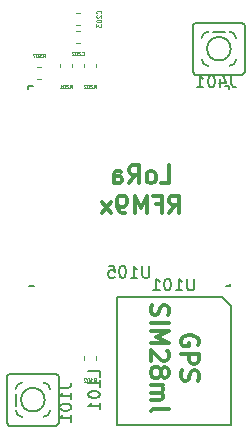
<source format=gbo>
G04 #@! TF.GenerationSoftware,KiCad,Pcbnew,(5.0.2)-1*
G04 #@! TF.CreationDate,2019-05-04T17:06:02+02:00*
G04 #@! TF.ProjectId,Cowbell_mini,436f7762-656c-46c5-9f6d-696e692e6b69,v0.4*
G04 #@! TF.SameCoordinates,Original*
G04 #@! TF.FileFunction,Legend,Bot*
G04 #@! TF.FilePolarity,Positive*
%FSLAX46Y46*%
G04 Gerber Fmt 4.6, Leading zero omitted, Abs format (unit mm)*
G04 Created by KiCad (PCBNEW (5.0.2)-1) date 5/4/2019 5:06:02 PM*
%MOMM*%
%LPD*%
G01*
G04 APERTURE LIST*
%ADD10C,0.300000*%
%ADD11C,0.120000*%
%ADD12C,0.150000*%
%ADD13C,0.050000*%
G04 APERTURE END LIST*
D10*
X132465000Y-56408571D02*
X132536428Y-56265714D01*
X132536428Y-56051428D01*
X132465000Y-55837142D01*
X132322142Y-55694285D01*
X132179285Y-55622857D01*
X131893571Y-55551428D01*
X131679285Y-55551428D01*
X131393571Y-55622857D01*
X131250714Y-55694285D01*
X131107857Y-55837142D01*
X131036428Y-56051428D01*
X131036428Y-56194285D01*
X131107857Y-56408571D01*
X131179285Y-56480000D01*
X131679285Y-56480000D01*
X131679285Y-56194285D01*
X131036428Y-57122857D02*
X132536428Y-57122857D01*
X132536428Y-57694285D01*
X132465000Y-57837142D01*
X132393571Y-57908571D01*
X132250714Y-57980000D01*
X132036428Y-57980000D01*
X131893571Y-57908571D01*
X131822142Y-57837142D01*
X131750714Y-57694285D01*
X131750714Y-57122857D01*
X131107857Y-58551428D02*
X131036428Y-58765714D01*
X131036428Y-59122857D01*
X131107857Y-59265714D01*
X131179285Y-59337142D01*
X131322142Y-59408571D01*
X131465000Y-59408571D01*
X131607857Y-59337142D01*
X131679285Y-59265714D01*
X131750714Y-59122857D01*
X131822142Y-58837142D01*
X131893571Y-58694285D01*
X131965000Y-58622857D01*
X132107857Y-58551428D01*
X132250714Y-58551428D01*
X132393571Y-58622857D01*
X132465000Y-58694285D01*
X132536428Y-58837142D01*
X132536428Y-59194285D01*
X132465000Y-59408571D01*
X128557857Y-53015714D02*
X128486428Y-53230000D01*
X128486428Y-53587142D01*
X128557857Y-53730000D01*
X128629285Y-53801428D01*
X128772142Y-53872857D01*
X128915000Y-53872857D01*
X129057857Y-53801428D01*
X129129285Y-53730000D01*
X129200714Y-53587142D01*
X129272142Y-53301428D01*
X129343571Y-53158571D01*
X129415000Y-53087142D01*
X129557857Y-53015714D01*
X129700714Y-53015714D01*
X129843571Y-53087142D01*
X129915000Y-53158571D01*
X129986428Y-53301428D01*
X129986428Y-53658571D01*
X129915000Y-53872857D01*
X128486428Y-54515714D02*
X129986428Y-54515714D01*
X128486428Y-55230000D02*
X129986428Y-55230000D01*
X128915000Y-55730000D01*
X129986428Y-56230000D01*
X128486428Y-56230000D01*
X129843571Y-56872857D02*
X129915000Y-56944285D01*
X129986428Y-57087142D01*
X129986428Y-57444285D01*
X129915000Y-57587142D01*
X129843571Y-57658571D01*
X129700714Y-57730000D01*
X129557857Y-57730000D01*
X129343571Y-57658571D01*
X128486428Y-56801428D01*
X128486428Y-57730000D01*
X129343571Y-58587142D02*
X129415000Y-58444285D01*
X129486428Y-58372857D01*
X129629285Y-58301428D01*
X129700714Y-58301428D01*
X129843571Y-58372857D01*
X129915000Y-58444285D01*
X129986428Y-58587142D01*
X129986428Y-58872857D01*
X129915000Y-59015714D01*
X129843571Y-59087142D01*
X129700714Y-59158571D01*
X129629285Y-59158571D01*
X129486428Y-59087142D01*
X129415000Y-59015714D01*
X129343571Y-58872857D01*
X129343571Y-58587142D01*
X129272142Y-58444285D01*
X129200714Y-58372857D01*
X129057857Y-58301428D01*
X128772142Y-58301428D01*
X128629285Y-58372857D01*
X128557857Y-58444285D01*
X128486428Y-58587142D01*
X128486428Y-58872857D01*
X128557857Y-59015714D01*
X128629285Y-59087142D01*
X128772142Y-59158571D01*
X129057857Y-59158571D01*
X129200714Y-59087142D01*
X129272142Y-59015714D01*
X129343571Y-58872857D01*
X128486428Y-59801428D02*
X129486428Y-59801428D01*
X129343571Y-59801428D02*
X129415000Y-59872857D01*
X129486428Y-60015714D01*
X129486428Y-60230000D01*
X129415000Y-60372857D01*
X129272142Y-60444285D01*
X128486428Y-60444285D01*
X129272142Y-60444285D02*
X129415000Y-60515714D01*
X129486428Y-60658571D01*
X129486428Y-60872857D01*
X129415000Y-61015714D01*
X129272142Y-61087142D01*
X128486428Y-61087142D01*
X128486428Y-62015714D02*
X128557857Y-61872857D01*
X128700714Y-61801428D01*
X129986428Y-61801428D01*
X129342857Y-42703571D02*
X130057142Y-42703571D01*
X130057142Y-41203571D01*
X128628571Y-42703571D02*
X128771428Y-42632142D01*
X128842857Y-42560714D01*
X128914285Y-42417857D01*
X128914285Y-41989285D01*
X128842857Y-41846428D01*
X128771428Y-41775000D01*
X128628571Y-41703571D01*
X128414285Y-41703571D01*
X128271428Y-41775000D01*
X128200000Y-41846428D01*
X128128571Y-41989285D01*
X128128571Y-42417857D01*
X128200000Y-42560714D01*
X128271428Y-42632142D01*
X128414285Y-42703571D01*
X128628571Y-42703571D01*
X126628571Y-42703571D02*
X127128571Y-41989285D01*
X127485714Y-42703571D02*
X127485714Y-41203571D01*
X126914285Y-41203571D01*
X126771428Y-41275000D01*
X126700000Y-41346428D01*
X126628571Y-41489285D01*
X126628571Y-41703571D01*
X126700000Y-41846428D01*
X126771428Y-41917857D01*
X126914285Y-41989285D01*
X127485714Y-41989285D01*
X125342857Y-42703571D02*
X125342857Y-41917857D01*
X125414285Y-41775000D01*
X125557142Y-41703571D01*
X125842857Y-41703571D01*
X125985714Y-41775000D01*
X125342857Y-42632142D02*
X125485714Y-42703571D01*
X125842857Y-42703571D01*
X125985714Y-42632142D01*
X126057142Y-42489285D01*
X126057142Y-42346428D01*
X125985714Y-42203571D01*
X125842857Y-42132142D01*
X125485714Y-42132142D01*
X125342857Y-42060714D01*
X130057142Y-45253571D02*
X130557142Y-44539285D01*
X130914285Y-45253571D02*
X130914285Y-43753571D01*
X130342857Y-43753571D01*
X130200000Y-43825000D01*
X130128571Y-43896428D01*
X130057142Y-44039285D01*
X130057142Y-44253571D01*
X130128571Y-44396428D01*
X130200000Y-44467857D01*
X130342857Y-44539285D01*
X130914285Y-44539285D01*
X128914285Y-44467857D02*
X129414285Y-44467857D01*
X129414285Y-45253571D02*
X129414285Y-43753571D01*
X128700000Y-43753571D01*
X128128571Y-45253571D02*
X128128571Y-43753571D01*
X127628571Y-44825000D01*
X127128571Y-43753571D01*
X127128571Y-45253571D01*
X126342857Y-45253571D02*
X126057142Y-45253571D01*
X125914285Y-45182142D01*
X125842857Y-45110714D01*
X125700000Y-44896428D01*
X125628571Y-44610714D01*
X125628571Y-44039285D01*
X125700000Y-43896428D01*
X125771428Y-43825000D01*
X125914285Y-43753571D01*
X126200000Y-43753571D01*
X126342857Y-43825000D01*
X126414285Y-43896428D01*
X126485714Y-44039285D01*
X126485714Y-44396428D01*
X126414285Y-44539285D01*
X126342857Y-44610714D01*
X126200000Y-44682142D01*
X125914285Y-44682142D01*
X125771428Y-44610714D01*
X125700000Y-44539285D01*
X125628571Y-44396428D01*
X125128571Y-45253571D02*
X124342857Y-44253571D01*
X125128571Y-44253571D02*
X124342857Y-45253571D01*
D11*
G04 #@! TO.C,C203*
X122149221Y-28268000D02*
X122474779Y-28268000D01*
X122149221Y-29288000D02*
X122474779Y-29288000D01*
G04 #@! TO.C,C202*
X122149221Y-29792000D02*
X122474779Y-29792000D01*
X122149221Y-30812000D02*
X122474779Y-30812000D01*
D12*
G04 #@! TO.C,J401*
X133750000Y-29868000D02*
X134750000Y-29868000D01*
X135150000Y-29868000D02*
G75*
G02X135700000Y-30418000I0J-550000D01*
G01*
X132800000Y-30418000D02*
G75*
G02X133350000Y-29868000I550000J0D01*
G01*
X133350000Y-32768000D02*
G75*
G02X132800000Y-32218000I0J550000D01*
G01*
X135700000Y-32218000D02*
G75*
G02X135150000Y-32768000I-550000J0D01*
G01*
X135250000Y-31318000D02*
G75*
G03X135250000Y-31318000I-1000000J0D01*
G01*
X132250000Y-33518000D02*
X136250000Y-33518000D01*
X136250000Y-29118000D02*
X132250000Y-29118000D01*
X132050000Y-29318000D02*
X132250000Y-29118000D01*
X132050000Y-29318000D02*
X132050000Y-33318000D01*
X136450000Y-29318000D02*
X136450000Y-33318000D01*
X136450000Y-29318000D02*
X136250000Y-29118000D01*
X132050000Y-33318000D02*
X132250000Y-33518000D01*
X136250000Y-33518000D02*
X136450000Y-33318000D01*
G04 #@! TO.C,U101*
X135290000Y-63134000D02*
X135290000Y-53134000D01*
X125590000Y-63134000D02*
X135290000Y-63134000D01*
X125590000Y-52334000D02*
X125590000Y-63134000D01*
X134490000Y-52334000D02*
X125590000Y-52334000D01*
X135290000Y-53134000D02*
X134490000Y-52334000D01*
G04 #@! TO.C,U105*
X134855000Y-51402000D02*
X135230000Y-51402000D01*
X135230000Y-51427000D02*
X135230000Y-51202000D01*
X135130000Y-34502000D02*
X134755000Y-34502000D01*
X135130000Y-34502000D02*
X135130000Y-34727000D01*
X118505000Y-34502000D02*
X118130000Y-34502000D01*
X118130000Y-34527000D02*
X118130000Y-34752000D01*
X118630000Y-51402000D02*
X118155000Y-51402000D01*
G04 #@! TO.C,J101*
X117052000Y-61534000D02*
X117052000Y-60534000D01*
X117052000Y-60134000D02*
G75*
G02X117602000Y-59584000I550000J0D01*
G01*
X117602000Y-62484000D02*
G75*
G02X117052000Y-61934000I0J550000D01*
G01*
X119952000Y-61934000D02*
G75*
G02X119402000Y-62484000I-550000J0D01*
G01*
X119402000Y-59584000D02*
G75*
G02X119952000Y-60134000I0J-550000D01*
G01*
X119502000Y-61034000D02*
G75*
G03X119502000Y-61034000I-1000000J0D01*
G01*
X120702000Y-63034000D02*
X120702000Y-59034000D01*
X116302000Y-59034000D02*
X116302000Y-63034000D01*
X116502000Y-63234000D02*
X116302000Y-63034000D01*
X116502000Y-63234000D02*
X120502000Y-63234000D01*
X116502000Y-58834000D02*
X120502000Y-58834000D01*
X116502000Y-58834000D02*
X116302000Y-59034000D01*
X120502000Y-63234000D02*
X120702000Y-63034000D01*
X120702000Y-59034000D02*
X120502000Y-58834000D01*
D11*
G04 #@! TO.C,R102*
X122818000Y-57651267D02*
X122818000Y-57308733D01*
X123838000Y-57651267D02*
X123838000Y-57308733D01*
G04 #@! TO.C,R201*
X121806000Y-32577621D02*
X121806000Y-32903179D01*
X120786000Y-32577621D02*
X120786000Y-32903179D01*
G04 #@! TO.C,R202*
X122818000Y-32903179D02*
X122818000Y-32577621D01*
X123838000Y-32903179D02*
X123838000Y-32577621D01*
G04 #@! TO.C,R307*
X119172779Y-33860000D02*
X118847221Y-33860000D01*
X119172779Y-32840000D02*
X118847221Y-32840000D01*
G04 #@! TO.C,C203*
D13*
X124232857Y-28330380D02*
X124251904Y-28311333D01*
X124270952Y-28254190D01*
X124270952Y-28216095D01*
X124251904Y-28158952D01*
X124213809Y-28120857D01*
X124175714Y-28101809D01*
X124099523Y-28082761D01*
X124042380Y-28082761D01*
X123966190Y-28101809D01*
X123928095Y-28120857D01*
X123890000Y-28158952D01*
X123870952Y-28216095D01*
X123870952Y-28254190D01*
X123890000Y-28311333D01*
X123909047Y-28330380D01*
X123909047Y-28482761D02*
X123890000Y-28501809D01*
X123870952Y-28539904D01*
X123870952Y-28635142D01*
X123890000Y-28673238D01*
X123909047Y-28692285D01*
X123947142Y-28711333D01*
X123985238Y-28711333D01*
X124042380Y-28692285D01*
X124270952Y-28463714D01*
X124270952Y-28711333D01*
X123870952Y-28958952D02*
X123870952Y-28997047D01*
X123890000Y-29035142D01*
X123909047Y-29054190D01*
X123947142Y-29073238D01*
X124023333Y-29092285D01*
X124118571Y-29092285D01*
X124194761Y-29073238D01*
X124232857Y-29054190D01*
X124251904Y-29035142D01*
X124270952Y-28997047D01*
X124270952Y-28958952D01*
X124251904Y-28920857D01*
X124232857Y-28901809D01*
X124194761Y-28882761D01*
X124118571Y-28863714D01*
X124023333Y-28863714D01*
X123947142Y-28882761D01*
X123909047Y-28901809D01*
X123890000Y-28920857D01*
X123870952Y-28958952D01*
X123870952Y-29225619D02*
X123870952Y-29473238D01*
X124023333Y-29339904D01*
X124023333Y-29397047D01*
X124042380Y-29435142D01*
X124061428Y-29454190D01*
X124099523Y-29473238D01*
X124194761Y-29473238D01*
X124232857Y-29454190D01*
X124251904Y-29435142D01*
X124270952Y-29397047D01*
X124270952Y-29282761D01*
X124251904Y-29244666D01*
X124232857Y-29225619D01*
G04 #@! TO.C,C202*
X122647714Y-31839142D02*
X122662000Y-31853428D01*
X122704857Y-31867714D01*
X122733428Y-31867714D01*
X122776285Y-31853428D01*
X122804857Y-31824857D01*
X122819142Y-31796285D01*
X122833428Y-31739142D01*
X122833428Y-31696285D01*
X122819142Y-31639142D01*
X122804857Y-31610571D01*
X122776285Y-31582000D01*
X122733428Y-31567714D01*
X122704857Y-31567714D01*
X122662000Y-31582000D01*
X122647714Y-31596285D01*
X122533428Y-31596285D02*
X122519142Y-31582000D01*
X122490571Y-31567714D01*
X122419142Y-31567714D01*
X122390571Y-31582000D01*
X122376285Y-31596285D01*
X122362000Y-31624857D01*
X122362000Y-31653428D01*
X122376285Y-31696285D01*
X122547714Y-31867714D01*
X122362000Y-31867714D01*
X122176285Y-31567714D02*
X122147714Y-31567714D01*
X122119142Y-31582000D01*
X122104857Y-31596285D01*
X122090571Y-31624857D01*
X122076285Y-31682000D01*
X122076285Y-31753428D01*
X122090571Y-31810571D01*
X122104857Y-31839142D01*
X122119142Y-31853428D01*
X122147714Y-31867714D01*
X122176285Y-31867714D01*
X122204857Y-31853428D01*
X122219142Y-31839142D01*
X122233428Y-31810571D01*
X122247714Y-31753428D01*
X122247714Y-31682000D01*
X122233428Y-31624857D01*
X122219142Y-31596285D01*
X122204857Y-31582000D01*
X122176285Y-31567714D01*
X121962000Y-31596285D02*
X121947714Y-31582000D01*
X121919142Y-31567714D01*
X121847714Y-31567714D01*
X121819142Y-31582000D01*
X121804857Y-31596285D01*
X121790571Y-31624857D01*
X121790571Y-31653428D01*
X121804857Y-31696285D01*
X121976285Y-31867714D01*
X121790571Y-31867714D01*
G04 #@! TO.C,J401*
D12*
X135281714Y-33564380D02*
X135281714Y-34278666D01*
X135329333Y-34421523D01*
X135424571Y-34516761D01*
X135567428Y-34564380D01*
X135662666Y-34564380D01*
X134376952Y-33897714D02*
X134376952Y-34564380D01*
X134615047Y-33516761D02*
X134853142Y-34231047D01*
X134234095Y-34231047D01*
X133662666Y-33564380D02*
X133567428Y-33564380D01*
X133472190Y-33612000D01*
X133424571Y-33659619D01*
X133376952Y-33754857D01*
X133329333Y-33945333D01*
X133329333Y-34183428D01*
X133376952Y-34373904D01*
X133424571Y-34469142D01*
X133472190Y-34516761D01*
X133567428Y-34564380D01*
X133662666Y-34564380D01*
X133757904Y-34516761D01*
X133805523Y-34469142D01*
X133853142Y-34373904D01*
X133900761Y-34183428D01*
X133900761Y-33945333D01*
X133853142Y-33754857D01*
X133805523Y-33659619D01*
X133757904Y-33612000D01*
X133662666Y-33564380D01*
X132376952Y-34564380D02*
X132948380Y-34564380D01*
X132662666Y-34564380D02*
X132662666Y-33564380D01*
X132757904Y-33707238D01*
X132853142Y-33802476D01*
X132948380Y-33850095D01*
G04 #@! TO.C,U101*
X132154285Y-50786380D02*
X132154285Y-51595904D01*
X132106666Y-51691142D01*
X132059047Y-51738761D01*
X131963809Y-51786380D01*
X131773333Y-51786380D01*
X131678095Y-51738761D01*
X131630476Y-51691142D01*
X131582857Y-51595904D01*
X131582857Y-50786380D01*
X130582857Y-51786380D02*
X131154285Y-51786380D01*
X130868571Y-51786380D02*
X130868571Y-50786380D01*
X130963809Y-50929238D01*
X131059047Y-51024476D01*
X131154285Y-51072095D01*
X129963809Y-50786380D02*
X129868571Y-50786380D01*
X129773333Y-50834000D01*
X129725714Y-50881619D01*
X129678095Y-50976857D01*
X129630476Y-51167333D01*
X129630476Y-51405428D01*
X129678095Y-51595904D01*
X129725714Y-51691142D01*
X129773333Y-51738761D01*
X129868571Y-51786380D01*
X129963809Y-51786380D01*
X130059047Y-51738761D01*
X130106666Y-51691142D01*
X130154285Y-51595904D01*
X130201904Y-51405428D01*
X130201904Y-51167333D01*
X130154285Y-50976857D01*
X130106666Y-50881619D01*
X130059047Y-50834000D01*
X129963809Y-50786380D01*
X128678095Y-51786380D02*
X129249523Y-51786380D01*
X128963809Y-51786380D02*
X128963809Y-50786380D01*
X129059047Y-50929238D01*
X129154285Y-51024476D01*
X129249523Y-51072095D01*
G04 #@! TO.C,U105*
X128344285Y-49704380D02*
X128344285Y-50513904D01*
X128296666Y-50609142D01*
X128249047Y-50656761D01*
X128153809Y-50704380D01*
X127963333Y-50704380D01*
X127868095Y-50656761D01*
X127820476Y-50609142D01*
X127772857Y-50513904D01*
X127772857Y-49704380D01*
X126772857Y-50704380D02*
X127344285Y-50704380D01*
X127058571Y-50704380D02*
X127058571Y-49704380D01*
X127153809Y-49847238D01*
X127249047Y-49942476D01*
X127344285Y-49990095D01*
X126153809Y-49704380D02*
X126058571Y-49704380D01*
X125963333Y-49752000D01*
X125915714Y-49799619D01*
X125868095Y-49894857D01*
X125820476Y-50085333D01*
X125820476Y-50323428D01*
X125868095Y-50513904D01*
X125915714Y-50609142D01*
X125963333Y-50656761D01*
X126058571Y-50704380D01*
X126153809Y-50704380D01*
X126249047Y-50656761D01*
X126296666Y-50609142D01*
X126344285Y-50513904D01*
X126391904Y-50323428D01*
X126391904Y-50085333D01*
X126344285Y-49894857D01*
X126296666Y-49799619D01*
X126249047Y-49752000D01*
X126153809Y-49704380D01*
X124915714Y-49704380D02*
X125391904Y-49704380D01*
X125439523Y-50180571D01*
X125391904Y-50132952D01*
X125296666Y-50085333D01*
X125058571Y-50085333D01*
X124963333Y-50132952D01*
X124915714Y-50180571D01*
X124868095Y-50275809D01*
X124868095Y-50513904D01*
X124915714Y-50609142D01*
X124963333Y-50656761D01*
X125058571Y-50704380D01*
X125296666Y-50704380D01*
X125391904Y-50656761D01*
X125439523Y-50609142D01*
G04 #@! TO.C,J101*
X120748380Y-60002285D02*
X121462666Y-60002285D01*
X121605523Y-59954666D01*
X121700761Y-59859428D01*
X121748380Y-59716571D01*
X121748380Y-59621333D01*
X121748380Y-61002285D02*
X121748380Y-60430857D01*
X121748380Y-60716571D02*
X120748380Y-60716571D01*
X120891238Y-60621333D01*
X120986476Y-60526095D01*
X121034095Y-60430857D01*
X120748380Y-61621333D02*
X120748380Y-61716571D01*
X120796000Y-61811809D01*
X120843619Y-61859428D01*
X120938857Y-61907047D01*
X121129333Y-61954666D01*
X121367428Y-61954666D01*
X121557904Y-61907047D01*
X121653142Y-61859428D01*
X121700761Y-61811809D01*
X121748380Y-61716571D01*
X121748380Y-61621333D01*
X121700761Y-61526095D01*
X121653142Y-61478476D01*
X121557904Y-61430857D01*
X121367428Y-61383238D01*
X121129333Y-61383238D01*
X120938857Y-61430857D01*
X120843619Y-61478476D01*
X120796000Y-61526095D01*
X120748380Y-61621333D01*
X121748380Y-62907047D02*
X121748380Y-62335619D01*
X121748380Y-62621333D02*
X120748380Y-62621333D01*
X120891238Y-62526095D01*
X120986476Y-62430857D01*
X121034095Y-62335619D01*
G04 #@! TO.C,L101*
X124188380Y-59083832D02*
X124188380Y-58607641D01*
X123188380Y-58607641D01*
X124188380Y-59940975D02*
X124188380Y-59369546D01*
X124188380Y-59655260D02*
X123188380Y-59655260D01*
X123331238Y-59560022D01*
X123426476Y-59464784D01*
X123474095Y-59369546D01*
X123188380Y-60560022D02*
X123188380Y-60655260D01*
X123236000Y-60750499D01*
X123283619Y-60798118D01*
X123378857Y-60845737D01*
X123569333Y-60893356D01*
X123807428Y-60893356D01*
X123997904Y-60845737D01*
X124093142Y-60798118D01*
X124140761Y-60750499D01*
X124188380Y-60655260D01*
X124188380Y-60560022D01*
X124140761Y-60464784D01*
X124093142Y-60417165D01*
X123997904Y-60369546D01*
X123807428Y-60321927D01*
X123569333Y-60321927D01*
X123378857Y-60369546D01*
X123283619Y-60417165D01*
X123236000Y-60464784D01*
X123188380Y-60560022D01*
X124188380Y-61845737D02*
X124188380Y-61274308D01*
X124188380Y-61560022D02*
X123188380Y-61560022D01*
X123331238Y-61464784D01*
X123426476Y-61369546D01*
X123474095Y-61274308D01*
G04 #@! TO.C,R102*
D13*
X123663714Y-59520714D02*
X123763714Y-59377857D01*
X123835142Y-59520714D02*
X123835142Y-59220714D01*
X123720857Y-59220714D01*
X123692285Y-59235000D01*
X123678000Y-59249285D01*
X123663714Y-59277857D01*
X123663714Y-59320714D01*
X123678000Y-59349285D01*
X123692285Y-59363571D01*
X123720857Y-59377857D01*
X123835142Y-59377857D01*
X123378000Y-59520714D02*
X123549428Y-59520714D01*
X123463714Y-59520714D02*
X123463714Y-59220714D01*
X123492285Y-59263571D01*
X123520857Y-59292142D01*
X123549428Y-59306428D01*
X123192285Y-59220714D02*
X123163714Y-59220714D01*
X123135142Y-59235000D01*
X123120857Y-59249285D01*
X123106571Y-59277857D01*
X123092285Y-59335000D01*
X123092285Y-59406428D01*
X123106571Y-59463571D01*
X123120857Y-59492142D01*
X123135142Y-59506428D01*
X123163714Y-59520714D01*
X123192285Y-59520714D01*
X123220857Y-59506428D01*
X123235142Y-59492142D01*
X123249428Y-59463571D01*
X123263714Y-59406428D01*
X123263714Y-59335000D01*
X123249428Y-59277857D01*
X123235142Y-59249285D01*
X123220857Y-59235000D01*
X123192285Y-59220714D01*
X122978000Y-59249285D02*
X122963714Y-59235000D01*
X122935142Y-59220714D01*
X122863714Y-59220714D01*
X122835142Y-59235000D01*
X122820857Y-59249285D01*
X122806571Y-59277857D01*
X122806571Y-59306428D01*
X122820857Y-59349285D01*
X122992285Y-59520714D01*
X122806571Y-59520714D01*
G04 #@! TO.C,R201*
X121631714Y-34654114D02*
X121731714Y-34511257D01*
X121803142Y-34654114D02*
X121803142Y-34354114D01*
X121688857Y-34354114D01*
X121660285Y-34368400D01*
X121646000Y-34382685D01*
X121631714Y-34411257D01*
X121631714Y-34454114D01*
X121646000Y-34482685D01*
X121660285Y-34496971D01*
X121688857Y-34511257D01*
X121803142Y-34511257D01*
X121517428Y-34382685D02*
X121503142Y-34368400D01*
X121474571Y-34354114D01*
X121403142Y-34354114D01*
X121374571Y-34368400D01*
X121360285Y-34382685D01*
X121346000Y-34411257D01*
X121346000Y-34439828D01*
X121360285Y-34482685D01*
X121531714Y-34654114D01*
X121346000Y-34654114D01*
X121160285Y-34354114D02*
X121131714Y-34354114D01*
X121103142Y-34368400D01*
X121088857Y-34382685D01*
X121074571Y-34411257D01*
X121060285Y-34468400D01*
X121060285Y-34539828D01*
X121074571Y-34596971D01*
X121088857Y-34625542D01*
X121103142Y-34639828D01*
X121131714Y-34654114D01*
X121160285Y-34654114D01*
X121188857Y-34639828D01*
X121203142Y-34625542D01*
X121217428Y-34596971D01*
X121231714Y-34539828D01*
X121231714Y-34468400D01*
X121217428Y-34411257D01*
X121203142Y-34382685D01*
X121188857Y-34368400D01*
X121160285Y-34354114D01*
X120774571Y-34654114D02*
X120946000Y-34654114D01*
X120860285Y-34654114D02*
X120860285Y-34354114D01*
X120888857Y-34396971D01*
X120917428Y-34425542D01*
X120946000Y-34439828D01*
G04 #@! TO.C,R202*
X123663714Y-34654114D02*
X123763714Y-34511257D01*
X123835142Y-34654114D02*
X123835142Y-34354114D01*
X123720857Y-34354114D01*
X123692285Y-34368400D01*
X123678000Y-34382685D01*
X123663714Y-34411257D01*
X123663714Y-34454114D01*
X123678000Y-34482685D01*
X123692285Y-34496971D01*
X123720857Y-34511257D01*
X123835142Y-34511257D01*
X123549428Y-34382685D02*
X123535142Y-34368400D01*
X123506571Y-34354114D01*
X123435142Y-34354114D01*
X123406571Y-34368400D01*
X123392285Y-34382685D01*
X123378000Y-34411257D01*
X123378000Y-34439828D01*
X123392285Y-34482685D01*
X123563714Y-34654114D01*
X123378000Y-34654114D01*
X123192285Y-34354114D02*
X123163714Y-34354114D01*
X123135142Y-34368400D01*
X123120857Y-34382685D01*
X123106571Y-34411257D01*
X123092285Y-34468400D01*
X123092285Y-34539828D01*
X123106571Y-34596971D01*
X123120857Y-34625542D01*
X123135142Y-34639828D01*
X123163714Y-34654114D01*
X123192285Y-34654114D01*
X123220857Y-34639828D01*
X123235142Y-34625542D01*
X123249428Y-34596971D01*
X123263714Y-34539828D01*
X123263714Y-34468400D01*
X123249428Y-34411257D01*
X123235142Y-34382685D01*
X123220857Y-34368400D01*
X123192285Y-34354114D01*
X122978000Y-34382685D02*
X122963714Y-34368400D01*
X122935142Y-34354114D01*
X122863714Y-34354114D01*
X122835142Y-34368400D01*
X122820857Y-34382685D01*
X122806571Y-34411257D01*
X122806571Y-34439828D01*
X122820857Y-34482685D01*
X122992285Y-34654114D01*
X122806571Y-34654114D01*
G04 #@! TO.C,R307*
X119345714Y-32055714D02*
X119445714Y-31912857D01*
X119517142Y-32055714D02*
X119517142Y-31755714D01*
X119402857Y-31755714D01*
X119374285Y-31770000D01*
X119360000Y-31784285D01*
X119345714Y-31812857D01*
X119345714Y-31855714D01*
X119360000Y-31884285D01*
X119374285Y-31898571D01*
X119402857Y-31912857D01*
X119517142Y-31912857D01*
X119245714Y-31755714D02*
X119060000Y-31755714D01*
X119160000Y-31870000D01*
X119117142Y-31870000D01*
X119088571Y-31884285D01*
X119074285Y-31898571D01*
X119060000Y-31927142D01*
X119060000Y-31998571D01*
X119074285Y-32027142D01*
X119088571Y-32041428D01*
X119117142Y-32055714D01*
X119202857Y-32055714D01*
X119231428Y-32041428D01*
X119245714Y-32027142D01*
X118874285Y-31755714D02*
X118845714Y-31755714D01*
X118817142Y-31770000D01*
X118802857Y-31784285D01*
X118788571Y-31812857D01*
X118774285Y-31870000D01*
X118774285Y-31941428D01*
X118788571Y-31998571D01*
X118802857Y-32027142D01*
X118817142Y-32041428D01*
X118845714Y-32055714D01*
X118874285Y-32055714D01*
X118902857Y-32041428D01*
X118917142Y-32027142D01*
X118931428Y-31998571D01*
X118945714Y-31941428D01*
X118945714Y-31870000D01*
X118931428Y-31812857D01*
X118917142Y-31784285D01*
X118902857Y-31770000D01*
X118874285Y-31755714D01*
X118674285Y-31755714D02*
X118474285Y-31755714D01*
X118602857Y-32055714D01*
G04 #@! TD*
M02*

</source>
